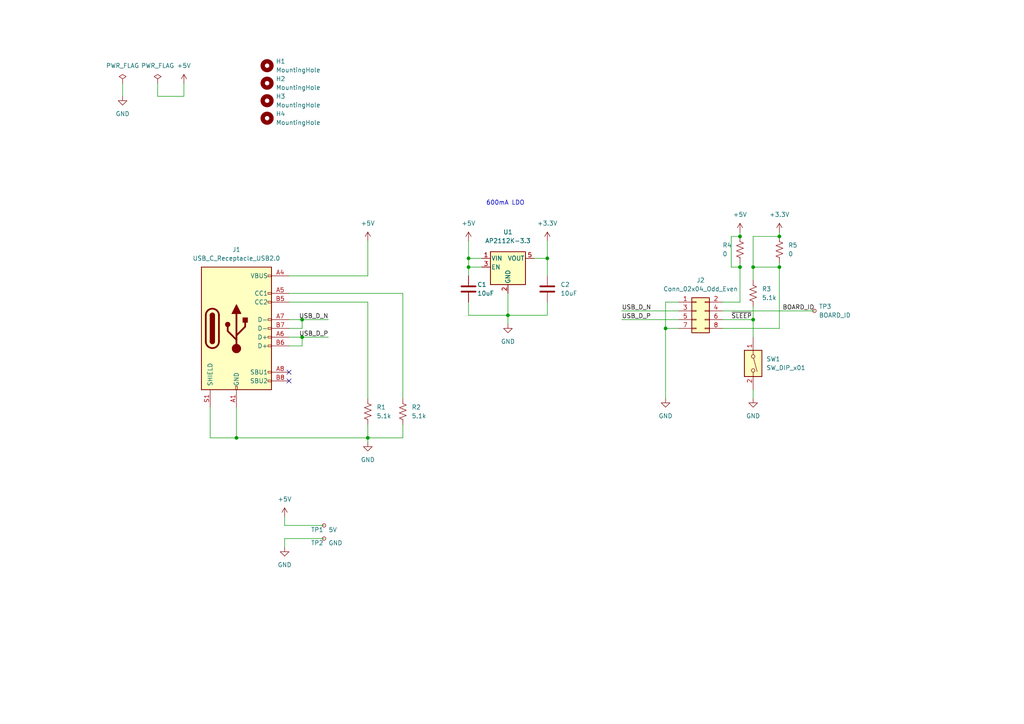
<source format=kicad_sch>
(kicad_sch (version 20230121) (generator eeschema)
  (paper "A4")
  (lib_symbols
    (symbol "Connector:TestPoint_Small" (pin_numbers hide) (pin_names (offset 0.762) hide)
      (property "Reference" "TP" (at 0 3.81 0))
      (property "Value" "TestPoint_Small" (at 0 2.032 0))
      (symbol "TestPoint_Small_0_1"
        (circle (center 0 0) (radius 0.508))
      )
      (symbol "TestPoint_Small_1_1"
        (pin passive line (at 0 0 90) (length 0) (name "1") (number "1"))
      )
    )
    (symbol "Connector:USB_C_Receptacle_USB2.0" (pin_names (offset 1.016))
      (property "Reference" "J" (at -10.16 19.05 0))
      (property "Value" "USB_C_Receptacle_USB2.0" (at 19.05 19.05 0))
      (symbol "USB_C_Receptacle_USB2.0_0_0"
        (rectangle (start -0.254 -17.78) (end 0.254 -16.764))
        (rectangle (start 10.16 -14.986) (end 9.144 -15.494))
        (rectangle (start 10.16 -12.446) (end 9.144 -12.954))
        (rectangle (start 10.16 -4.826) (end 9.144 -5.334))
        (rectangle (start 10.16 -2.286) (end 9.144 -2.794))
        (rectangle (start 10.16 0.254) (end 9.144 -0.254))
        (rectangle (start 10.16 2.794) (end 9.144 2.286))
        (rectangle (start 10.16 7.874) (end 9.144 7.366))
        (rectangle (start 10.16 10.414) (end 9.144 9.906))
        (rectangle (start 10.16 15.494) (end 9.144 14.986))
      )
      (symbol "USB_C_Receptacle_USB2.0_0_1"
        (rectangle (start -10.16 17.78) (end 10.16 -17.78) (stroke (width 0.254)) (fill (type background)))
        (arc (start -8.89 -3.81) (mid -6.985 -5.7067) (end -5.08 -3.81) (stroke (width 0.508)))
        (arc (start -7.62 -3.81) (mid -6.985 -4.4423) (end -6.35 -3.81) (stroke (width 0.254)))
        (arc (start -7.62 -3.81) (mid -6.985 -4.4423) (end -6.35 -3.81) (stroke (width 0.254)) (fill (type outline)))
        (rectangle (start -7.62 -3.81) (end -6.35 3.81) (stroke (width 0.254)) (fill (type outline)))
        (arc (start -6.35 3.81) (mid -6.985 4.4423) (end -7.62 3.81) (stroke (width 0.254)))
        (arc (start -6.35 3.81) (mid -6.985 4.4423) (end -7.62 3.81) (stroke (width 0.254)) (fill (type outline)))
        (arc (start -5.08 3.81) (mid -6.985 5.7067) (end -8.89 3.81) (stroke (width 0.508)))
        (circle (center -2.54 1.143) (radius 0.635) (stroke (width 0.254)) (fill (type outline)))
        (circle (center 0 -5.842) (radius 1.27) (fill (type outline)))
        (polyline (pts (xy -8.89 -3.81) (xy -8.89 3.81)) (stroke (width 0.508)))
        (polyline (pts (xy -5.08 3.81) (xy -5.08 -3.81)) (stroke (width 0.508)))
        (polyline (pts (xy 0 -5.842) (xy 0 4.318)) (stroke (width 0.508)))
        (polyline (pts (xy 0 -3.302) (xy -2.54 -0.762) (xy -2.54 0.508)) (stroke (width 0.508)))
        (polyline (pts (xy 0 -2.032) (xy 2.54 0.508) (xy 2.54 1.778)) (stroke (width 0.508)))
        (polyline (pts (xy -1.27 4.318) (xy 0 6.858) (xy 1.27 4.318) (xy -1.27 4.318)) (stroke (width 0.254)) (fill (type outline)))
        (rectangle (start 1.905 1.778) (end 3.175 3.048) (stroke (width 0.254)) (fill (type outline)))
      )
      (symbol "USB_C_Receptacle_USB2.0_1_1"
        (pin passive line (at 0 -22.86 90) (length 5.08) (name "GND") (number "A1"))
        (pin passive line (at 0 -22.86 90) (length 5.08) hide (name "GND") (number "A12"))
        (pin passive line (at 15.24 15.24 180) (length 5.08) (name "VBUS") (number "A4"))
        (pin bidirectional line (at 15.24 10.16 180) (length 5.08) (name "CC1") (number "A5"))
        (pin bidirectional line (at 15.24 -2.54 180) (length 5.08) (name "D+") (number "A6"))
        (pin bidirectional line (at 15.24 2.54 180) (length 5.08) (name "D-") (number "A7"))
        (pin bidirectional line (at 15.24 -12.7 180) (length 5.08) (name "SBU1") (number "A8"))
        (pin passive line (at 15.24 15.24 180) (length 5.08) hide (name "VBUS") (number "A9"))
        (pin passive line (at 0 -22.86 90) (length 5.08) hide (name "GND") (number "B1"))
        (pin passive line (at 0 -22.86 90) (length 5.08) hide (name "GND") (number "B12"))
        (pin passive line (at 15.24 15.24 180) (length 5.08) hide (name "VBUS") (number "B4"))
        (pin bidirectional line (at 15.24 7.62 180) (length 5.08) (name "CC2") (number "B5"))
        (pin bidirectional line (at 15.24 -5.08 180) (length 5.08) (name "D+") (number "B6"))
        (pin bidirectional line (at 15.24 0 180) (length 5.08) (name "D-") (number "B7"))
        (pin bidirectional line (at 15.24 -15.24 180) (length 5.08) (name "SBU2") (number "B8"))
        (pin passive line (at 15.24 15.24 180) (length 5.08) hide (name "VBUS") (number "B9"))
        (pin passive line (at -7.62 -22.86 90) (length 5.08) (name "SHIELD") (number "S1"))
      )
    )
    (symbol "Connector_Generic:Conn_02x04_Odd_Even" (pin_names (offset 1.016) hide)
      (property "Reference" "J" (at 1.27 5.08 0))
      (property "Value" "Conn_02x04_Odd_Even" (at 1.27 -7.62 0))
      (symbol "Conn_02x04_Odd_Even_1_1"
        (rectangle (start -1.27 -4.953) (end 0 -5.207) (stroke (width 0.1524)))
        (rectangle (start -1.27 -2.413) (end 0 -2.667) (stroke (width 0.1524)))
        (rectangle (start -1.27 0.127) (end 0 -0.127) (stroke (width 0.1524)))
        (rectangle (start -1.27 2.667) (end 0 2.413) (stroke (width 0.1524)))
        (rectangle (start -1.27 3.81) (end 3.81 -6.35) (stroke (width 0.254)) (fill (type background)))
        (rectangle (start 3.81 -4.953) (end 2.54 -5.207) (stroke (width 0.1524)))
        (rectangle (start 3.81 -2.413) (end 2.54 -2.667) (stroke (width 0.1524)))
        (rectangle (start 3.81 0.127) (end 2.54 -0.127) (stroke (width 0.1524)))
        (rectangle (start 3.81 2.667) (end 2.54 2.413) (stroke (width 0.1524)))
        (pin passive line (at -5.08 2.54 0) (length 3.81) (name "Pin_1") (number "1"))
        (pin passive line (at 7.62 2.54 180) (length 3.81) (name "Pin_2") (number "2"))
        (pin passive line (at -5.08 0 0) (length 3.81) (name "Pin_3") (number "3"))
        (pin passive line (at 7.62 0 180) (length 3.81) (name "Pin_4") (number "4"))
        (pin passive line (at -5.08 -2.54 0) (length 3.81) (name "Pin_5") (number "5"))
        (pin passive line (at 7.62 -2.54 180) (length 3.81) (name "Pin_6") (number "6"))
        (pin passive line (at -5.08 -5.08 0) (length 3.81) (name "Pin_7") (number "7"))
        (pin passive line (at 7.62 -5.08 180) (length 3.81) (name "Pin_8") (number "8"))
      )
    )
    (symbol "Device:C" (pin_numbers hide) (pin_names (offset 0.254))
      (property "Reference" "C" (at 0.635 2.54 0))
      (property "Value" "C" (at 0.635 -2.54 0))
      (symbol "C_0_1"
        (polyline (pts (xy -2.032 -0.762) (xy 2.032 -0.762)) (stroke (width 0.508)))
        (polyline (pts (xy -2.032 0.762) (xy 2.032 0.762)) (stroke (width 0.508)))
      )
      (symbol "C_1_1"
        (pin passive line (at 0 3.81 270) (length 2.794) (name "~") (number "1"))
        (pin passive line (at 0 -3.81 90) (length 2.794) (name "~") (number "2"))
      )
    )
    (symbol "Device:R_US" (pin_numbers hide) (pin_names (offset 0))
      (property "Reference" "R" (at 2.54 0 90))
      (property "Value" "R_US" (at -2.54 0 90))
      (symbol "R_US_0_1"
        (polyline (pts (xy 0 -2.286) (xy 0 -2.54)))
        (polyline (pts (xy 0 2.286) (xy 0 2.54)))
        (polyline (pts (xy 0 -0.762) (xy 1.016 -1.143) (xy 0 -1.524) (xy -1.016 -1.905) (xy 0 -2.286)))
        (polyline (pts (xy 0 0.762) (xy 1.016 0.381) (xy 0 0) (xy -1.016 -0.381) (xy 0 -0.762)))
        (polyline (pts (xy 0 2.286) (xy 1.016 1.905) (xy 0 1.524) (xy -1.016 1.143) (xy 0 0.762)))
      )
      (symbol "R_US_1_1"
        (pin passive line (at 0 3.81 270) (length 1.27) (name "~") (number "1"))
        (pin passive line (at 0 -3.81 90) (length 1.27) (name "~") (number "2"))
      )
    )
    (symbol "Mechanical:MountingHole" (pin_names (offset 1.016))
      (property "Reference" "H" (at 0 5.08 0))
      (property "Value" "MountingHole" (at 0 3.175 0))
      (symbol "MountingHole_0_1"
        (circle (center 0 0) (radius 1.27) (stroke (width 1.27)))
      )
    )
    (symbol "Regulator_Linear:AP2112K-3.3" (pin_names (offset 0.254))
      (property "Reference" "U" (at -5.08 5.715 0))
      (property "Value" "AP2112K-3.3" (at 0 5.715 0))
      (symbol "AP2112K-3.3_0_1"
        (rectangle (start -5.08 4.445) (end 5.08 -5.08) (stroke (width 0.254)) (fill (type background)))
      )
      (symbol "AP2112K-3.3_1_1"
        (pin power_in line (at -7.62 2.54 0) (length 2.54) (name "VIN") (number "1"))
        (pin power_in line (at 0 -7.62 90) (length 2.54) (name "GND") (number "2"))
        (pin input line (at -7.62 0 0) (length 2.54) (name "EN") (number "3"))
        (pin no_connect line (at 5.08 0 180) (length 2.54) hide (name "NC") (number "4"))
        (pin power_out line (at 7.62 2.54 180) (length 2.54) (name "VOUT") (number "5"))
      )
    )
    (symbol "Switch:SW_DIP_x01" (pin_names (offset 0) hide)
      (property "Reference" "SW" (at 0 3.81 0))
      (property "Value" "SW_DIP_x01" (at 0 -3.81 0))
      (symbol "SW_DIP_x01_0_0"
        (circle (center -2.032 0) (radius 0.508))
        (polyline (pts (xy -1.524 0.127) (xy 2.3622 1.1684)))
        (circle (center 2.032 0) (radius 0.508))
      )
      (symbol "SW_DIP_x01_0_1"
        (rectangle (start -3.81 2.54) (end 3.81 -2.54) (stroke (width 0.254)) (fill (type background)))
      )
      (symbol "SW_DIP_x01_1_1"
        (pin passive line (at -7.62 0 0) (length 5.08) (name "~") (number "1"))
        (pin passive line (at 7.62 0 180) (length 5.08) (name "~") (number "2"))
      )
    )
    (symbol "power:+3.3V" (power) (pin_names (offset 0))
      (property "Value" "+3.3V" (at 0 3.556 0))
      (symbol "+3.3V_0_1"
        (polyline (pts (xy -0.762 1.27) (xy 0 2.54)))
        (polyline (pts (xy 0 0) (xy 0 2.54)))
        (polyline (pts (xy 0 2.54) (xy 0.762 1.27)))
      )
      (symbol "+3.3V_1_1"
        (pin power_in line (at 0 0 90) (length 0) hide (name "+3.3V") (number "1"))
      )
    )
    (symbol "power:+5V" (power) (pin_names (offset 0))
      (property "Value" "+5V" (at 0 3.556 0))
      (symbol "+5V_0_1"
        (polyline (pts (xy -0.762 1.27) (xy 0 2.54)))
        (polyline (pts (xy 0 0) (xy 0 2.54)))
        (polyline (pts (xy 0 2.54) (xy 0.762 1.27)))
      )
      (symbol "+5V_1_1"
        (pin power_in line (at 0 0 90) (length 0) hide (name "+5V") (number "1"))
      )
    )
    (symbol "power:GND" (power) (pin_names (offset 0))
      (property "Value" "GND" (at 0 -3.81 0))
      (symbol "GND_0_1"
        (polyline (pts (xy 0 0) (xy 0 -1.27) (xy 1.27 -1.27) (xy 0 -2.54) (xy -1.27 -1.27) (xy 0 -1.27)))
      )
      (symbol "GND_1_1"
        (pin power_in line (at 0 0 270) (length 0) hide (name "GND") (number "1"))
      )
    )
    (symbol "power:PWR_FLAG" (power) (pin_numbers hide) (pin_names (offset 0) hide)
      (property "Value" "PWR_FLAG" (at 0 3.81 0))
      (symbol "PWR_FLAG_0_0"
        (pin power_out line (at 0 0 90) (length 0) (name "pwr") (number "1"))
      )
      (symbol "PWR_FLAG_0_1"
        (polyline (pts (xy 0 0) (xy 0 1.27) (xy -1.016 1.905) (xy 0 2.54) (xy 1.016 1.905) (xy 0 1.27)))
      )
    )
  )
  (junction (at 226.06 77.47))
  (junction (at 226.06 68.58))
  (junction (at 147.32 91.44))
  (junction (at 214.63 77.47))
  (junction (at 158.75 74.93))
  (junction (at 87.63 92.71))
  (junction (at 193.04 95.25))
  (junction (at 135.89 74.93))
  (junction (at 87.63 97.79))
  (junction (at 218.44 92.71))
  (junction (at 106.68 127))
  (junction (at 218.44 77.47))
  (junction (at 135.89 77.47))
  (junction (at 68.58 127))
  (junction (at 214.63 68.58))
  (no_connect (at 83.82 107.95))
  (no_connect (at 83.82 110.49))
  (wire (pts (xy 193.04 95.25) (xy 193.04 115.57)))
  (wire (pts (xy 226.06 67.31) (xy 226.06 68.58)))
  (wire (pts (xy 82.55 156.21) (xy 82.55 158.75)))
  (wire (pts (xy 218.44 88.9) (xy 218.44 92.71)))
  (wire (pts (xy 158.75 87.63) (xy 158.75 91.44)))
  (wire (pts (xy 82.55 149.86) (xy 82.55 152.4)))
  (wire (pts (xy 135.89 87.63) (xy 135.89 91.44)))
  (wire (pts (xy 135.89 69.85) (xy 135.89 74.93)))
  (wire (pts (xy 214.63 77.47) (xy 212.09 77.47)))
  (wire (pts (xy 218.44 92.71) (xy 218.44 97.79)))
  (wire (pts (xy 226.06 77.47) (xy 226.06 95.25)))
  (wire (pts (xy 68.58 118.11) (xy 68.58 127)))
  (wire (pts (xy 158.75 69.85) (xy 158.75 74.93)))
  (wire (pts (xy 87.63 95.25) (xy 83.82 95.25)))
  (wire (pts (xy 158.75 91.44) (xy 147.32 91.44)))
  (wire (pts (xy 135.89 77.47) (xy 139.7 77.47)))
  (wire (pts (xy 35.56 24.13) (xy 35.56 27.94)))
  (wire (pts (xy 154.94 74.93) (xy 158.75 74.93)))
  (wire (pts (xy 106.68 123.19) (xy 106.68 127)))
  (wire (pts (xy 218.44 68.58) (xy 218.44 77.47)))
  (wire (pts (xy 60.96 118.11) (xy 60.96 127)))
  (wire (pts (xy 214.63 67.31) (xy 214.63 68.58)))
  (wire (pts (xy 180.34 92.71) (xy 196.85 92.71)))
  (wire (pts (xy 106.68 80.01) (xy 106.68 69.85)))
  (wire (pts (xy 116.84 123.19) (xy 116.84 127)))
  (wire (pts (xy 135.89 74.93) (xy 139.7 74.93)))
  (wire (pts (xy 218.44 77.47) (xy 218.44 81.28)))
  (wire (pts (xy 209.55 87.63) (xy 214.63 87.63)))
  (wire (pts (xy 87.63 97.79) (xy 87.63 100.33)))
  (wire (pts (xy 218.44 68.58) (xy 226.06 68.58)))
  (wire (pts (xy 45.72 24.13) (xy 45.72 27.94)))
  (wire (pts (xy 158.75 74.93) (xy 158.75 80.01)))
  (wire (pts (xy 135.89 74.93) (xy 135.89 77.47)))
  (wire (pts (xy 83.82 87.63) (xy 106.68 87.63)))
  (wire (pts (xy 45.72 27.94) (xy 53.34 27.94)))
  (wire (pts (xy 147.32 91.44) (xy 147.32 93.98)))
  (wire (pts (xy 180.34 90.17) (xy 196.85 90.17)))
  (wire (pts (xy 214.63 76.2) (xy 214.63 77.47)))
  (wire (pts (xy 87.63 100.33) (xy 83.82 100.33)))
  (wire (pts (xy 87.63 97.79) (xy 95.25 97.79)))
  (wire (pts (xy 106.68 127) (xy 116.84 127)))
  (wire (pts (xy 106.68 127) (xy 106.68 128.27)))
  (wire (pts (xy 218.44 77.47) (xy 226.06 77.47)))
  (wire (pts (xy 87.63 92.71) (xy 87.63 95.25)))
  (wire (pts (xy 83.82 85.09) (xy 116.84 85.09)))
  (wire (pts (xy 218.44 92.71) (xy 209.55 92.71)))
  (wire (pts (xy 82.55 156.21) (xy 93.98 156.21)))
  (wire (pts (xy 106.68 87.63) (xy 106.68 115.57)))
  (wire (pts (xy 116.84 85.09) (xy 116.84 115.57)))
  (wire (pts (xy 209.55 90.17) (xy 236.22 90.17)))
  (wire (pts (xy 53.34 27.94) (xy 53.34 24.13)))
  (wire (pts (xy 68.58 127) (xy 106.68 127)))
  (wire (pts (xy 212.09 77.47) (xy 212.09 68.58)))
  (wire (pts (xy 196.85 87.63) (xy 193.04 87.63)))
  (wire (pts (xy 60.96 127) (xy 68.58 127)))
  (wire (pts (xy 209.55 95.25) (xy 226.06 95.25)))
  (wire (pts (xy 147.32 91.44) (xy 147.32 85.09)))
  (wire (pts (xy 218.44 113.03) (xy 218.44 115.57)))
  (wire (pts (xy 83.82 80.01) (xy 106.68 80.01)))
  (wire (pts (xy 135.89 91.44) (xy 147.32 91.44)))
  (wire (pts (xy 193.04 87.63) (xy 193.04 95.25)))
  (wire (pts (xy 83.82 97.79) (xy 87.63 97.79)))
  (wire (pts (xy 214.63 77.47) (xy 214.63 87.63)))
  (wire (pts (xy 196.85 95.25) (xy 193.04 95.25)))
  (wire (pts (xy 87.63 92.71) (xy 95.25 92.71)))
  (wire (pts (xy 82.55 152.4) (xy 93.98 152.4)))
  (wire (pts (xy 135.89 77.47) (xy 135.89 80.01)))
  (wire (pts (xy 83.82 92.71) (xy 87.63 92.71)))
  (wire (pts (xy 226.06 76.2) (xy 226.06 77.47)))
  (wire (pts (xy 212.09 68.58) (xy 214.63 68.58)))
  (text "600mA LDO" (at 140.97 59.69 0) (effects (font (size 1.27 1.27)) (justify left bottom)))
  (label "USB_D_N" (at 95.25 92.71 180))
  (label "USB_D_N" (at 180.34 90.17 0))
  (label "USB_D_P" (at 180.34 92.71 0))
  (label "USB_D_P" (at 95.25 97.79 180))
  (label "BOARD_ID" (at 236.22 90.17 180))
  (label "~{SLEEP}" (at 212.09 92.71 0))
  (symbol (lib_id "power:PWR_FLAG") (at 35.56 24.13 0) (unit 1)
    (property "Reference" "#FLG01" (effects hide))
    (property "Value" "PWR_FLAG" (at 35.56 19.05 0))
  )
  (symbol (lib_id "power:GND") (at 82.55 158.75 0) (unit 1)
    (property "Reference" "#PWR04" (effects hide))
    (property "Value" "GND" (at 82.55 163.83 0))
  )
  (symbol (lib_id "power:GND") (at 106.68 128.27 0) (unit 1)
    (property "Reference" "#PWR06" (effects hide))
    (property "Value" "GND" (at 106.68 133.35 0))
  )
  (symbol (lib_id "Regulator_Linear:AP2112K-3.3") (at 147.32 77.47 0) (unit 1)
    (property "Reference" "U1" (at 147.32 67.31 0))
    (property "Value" "AP2112K-3.3" (at 147.32 69.85 0))
    (property "Footprint" "Package_TO_SOT_SMD:SOT-23-5" (effects hide))
    (property "Datasheet" "https://www.diodes.com/assets/Datasheets/AP2112.pdf" (effects hide))
  )
  (symbol (lib_id "power:+5V") (at 106.68 69.85 0) (unit 1)
    (property "Reference" "#PWR05" (effects hide))
    (property "Value" "+5V" (at 106.68 64.77 0))
  )
  (symbol (lib_id "Device:R_US") (at 214.63 72.39 0) (unit 1)
    (property "Reference" "R4" (at 209.55 71.12 0) (effects (justify left)))
    (property "Value" "0" (at 209.55 73.66 0) (effects (justify left)))
    (property "Footprint" "Resistor_SMD:R_1206_3216Metric" (effects hide))
  )
  (symbol (lib_id "power:+5V") (at 135.89 69.85 0) (unit 1)
    (property "Reference" "#PWR07" (effects hide))
    (property "Value" "+5V" (at 135.89 64.77 0))
  )
  (symbol (lib_id "Connector:TestPoint_Small") (at 93.98 152.4 0) (unit 1)
    (property "Reference" "TP1" (at 90.17 153.67 0) (effects (justify left)))
    (property "Value" "5V" (at 95.25 153.6699 0) (effects (justify left)))
    (property "Footprint" "TestPoint:TestPoint_Pad_D1.0mm" (effects hide))
  )
  (symbol (lib_id "power:GND") (at 218.44 115.57 0) (unit 1)
    (property "Reference" "#PWR012" (effects hide))
    (property "Value" "GND" (at 218.44 120.65 0))
  )
  (symbol (lib_id "Device:C") (at 135.89 83.82 0) (unit 1)
    (property "Reference" "C1" (at 138.43 82.55 0) (effects (justify left)))
    (property "Value" "10uF" (at 138.43 85.09 0) (effects (justify left)))
    (property "Footprint" "Capacitor_SMD:C_0603_1608Metric" (effects hide))
  )
  (symbol (lib_id "power:+5V") (at 53.34 24.13 0) (unit 1)
    (property "Reference" "#PWR02" (effects hide))
    (property "Value" "+5V" (at 53.34 19.05 0))
  )
  (symbol (lib_id "power:+3.3V") (at 158.75 69.85 0) (unit 1)
    (property "Reference" "#PWR09" (effects hide))
    (property "Value" "+3.3V" (at 158.75 64.77 0))
  )
  (symbol (lib_id "Connector:TestPoint_Small") (at 93.98 156.21 0) (unit 1)
    (property "Reference" "TP2" (at 90.17 157.48 0) (effects (justify left)))
    (property "Value" "GND" (at 95.25 157.4799 0) (effects (justify left)))
    (property "Footprint" "TestPoint:TestPoint_Pad_D1.0mm" (effects hide))
  )
  (symbol (lib_id "Mechanical:MountingHole") (at 77.47 24.13 0) (unit 1)
    (property "Reference" "H2" (at 80.01 22.8599 0) (effects (justify left)))
    (property "Value" "MountingHole" (at 80.01 25.3999 0) (effects (justify left)))
    (property "Footprint" "MountingHole:MountingHole_5mm" (effects hide))
  )
  (symbol (lib_id "power:GND") (at 147.32 93.98 0) (unit 1)
    (property "Reference" "#PWR08" (effects hide))
    (property "Value" "GND" (at 147.32 99.06 0))
  )
  (symbol (lib_id "power:+3.3V") (at 226.06 67.31 0) (unit 1)
    (property "Reference" "#PWR013" (effects hide))
    (property "Value" "+3.3V" (at 226.06 62.23 0))
  )
  (symbol (lib_id "power:+5V") (at 82.55 149.86 0) (unit 1)
    (property "Reference" "#PWR03" (effects hide))
    (property "Value" "+5V" (at 82.55 144.78 0))
  )
  (symbol (lib_id "Switch:SW_DIP_x01") (at 218.44 105.41 270) (unit 1)
    (property "Reference" "SW1" (at 222.25 104.1399 90) (effects (justify left)))
    (property "Value" "SW_DIP_x01" (at 222.25 106.6799 90) (effects (justify left)))
    (property "Footprint" "Button_Switch_SMD:SW_DIP_SPSTx01_Slide_Omron_A6S-110x_W8.9mm_P2.54mm" (effects hide))
  )
  (symbol (lib_id "Device:R_US") (at 226.06 72.39 0) (unit 1)
    (property "Reference" "R5" (at 228.6 71.1199 0) (effects (justify left)))
    (property "Value" "0" (at 228.6 73.6599 0) (effects (justify left)))
    (property "Footprint" "Resistor_SMD:R_1206_3216Metric" (effects hide))
  )
  (symbol (lib_id "power:GND") (at 35.56 27.94 0) (unit 1)
    (property "Reference" "#PWR01" (effects hide))
    (property "Value" "GND" (at 35.56 33.02 0))
  )
  (symbol (lib_id "power:PWR_FLAG") (at 45.72 24.13 0) (unit 1)
    (property "Reference" "#FLG02" (effects hide))
    (property "Value" "PWR_FLAG" (at 45.72 19.05 0))
  )
  (symbol (lib_id "power:+5V") (at 214.63 67.31 0) (unit 1)
    (property "Reference" "#PWR011" (effects hide))
    (property "Value" "+5V" (at 214.63 62.23 0))
  )
  (symbol (lib_id "Device:R_US") (at 106.68 119.38 0) (unit 1)
    (property "Reference" "R1" (at 109.22 118.1099 0) (effects (justify left)))
    (property "Value" "5.1k" (at 109.22 120.6499 0) (effects (justify left)))
    (property "Footprint" "Resistor_SMD:R_0603_1608Metric" (effects hide))
  )
  (symbol (lib_id "power:GND") (at 193.04 115.57 0) (unit 1)
    (property "Reference" "#PWR010" (effects hide))
    (property "Value" "GND" (at 193.04 120.65 0))
  )
  (symbol (lib_id "Device:R_US") (at 116.84 119.38 0) (unit 1)
    (property "Reference" "R2" (at 119.38 118.1099 0) (effects (justify left)))
    (property "Value" "5.1k" (at 119.38 120.6499 0) (effects (justify left)))
    (property "Footprint" "Resistor_SMD:R_0603_1608Metric" (effects hide))
  )
  (symbol (lib_id "Device:C") (at 158.75 83.82 0) (unit 1)
    (property "Reference" "C2" (at 162.56 82.5499 0) (effects (justify left)))
    (property "Value" "10uF" (at 162.56 85.0899 0) (effects (justify left)))
    (property "Footprint" "Capacitor_SMD:C_0603_1608Metric" (effects hide))
  )
  (symbol (lib_id "Connector_Generic:Conn_02x04_Odd_Even") (at 201.93 90.17 0) (unit 1)
    (property "Reference" "J2" (at 203.2 81.28 0))
    (property "Value" "Conn_02x04_Odd_Even" (at 203.2 83.82 0))
    (property "Footprint" "SpringAdapter:BP33242_2x4_P2.0mm" (effects hide))
  )
  (symbol (lib_id "Mechanical:MountingHole") (at 77.47 29.21 0) (unit 1)
    (property "Reference" "H3" (at 80.01 27.9399 0) (effects (justify left)))
    (property "Value" "MountingHole" (at 80.01 30.4799 0) (effects (justify left)))
    (property "Footprint" "MountingHole:MountingHole_2.5mm" (effects hide))
  )
  (symbol (lib_id "Connector:TestPoint_Small") (at 236.22 90.17 0) (unit 1)
    (property "Reference" "TP3" (at 237.49 88.8999 0) (effects (justify left)))
    (property "Value" "BOARD_ID" (at 237.49 91.4399 0) (effects (justify left)))
    (property "Footprint" "TestPoint:TestPoint_Pad_D1.0mm" (effects hide))
  )
  (symbol (lib_id "Mechanical:MountingHole") (at 77.47 19.05 0) (unit 1)
    (property "Reference" "H1" (at 80.01 17.7799 0) (effects (justify left)))
    (property "Value" "MountingHole" (at 80.01 20.3199 0) (effects (justify left)))
    (property "Footprint" "MountingHole:MountingHole_5mm" (effects hide))
  )
  (symbol (lib_id "Connector:USB_C_Receptacle_USB2.0") (at 68.58 95.25 0) (unit 1)
    (property "Reference" "J1" (at 68.58 72.39 0))
    (property "Value" "USB_C_Receptacle_USB2.0" (at 68.58 74.93 0))
    (property "Footprint" "Connector_USB:USB_C_Receptacle_GCT_USB4085" (effects hide))
    (property "Datasheet" "https://www.usb.org/sites/default/files/documents/usb_type-c.zip" (effects hide))
  )
  (symbol (lib_id "Device:R_US") (at 218.44 85.09 0) (unit 1)
    (property "Reference" "R3" (at 220.98 83.82 0) (effects (justify left)))
    (property "Value" "5.1k" (at 220.98 86.36 0) (effects (justify left)))
    (property "Footprint" "Resistor_SMD:R_0603_1608Metric" (effects hide))
  )
  (symbol (lib_id "Mechanical:MountingHole") (at 77.47 34.29 0) (unit 1)
    (property "Reference" "H4" (at 80.01 33.0199 0) (effects (justify left)))
    (property "Value" "MountingHole" (at 80.01 35.5599 0) (effects (justify left)))
    (property "Footprint" "MountingHole:MountingHole_2.5mm" (effects hide))
  )
)
</source>
